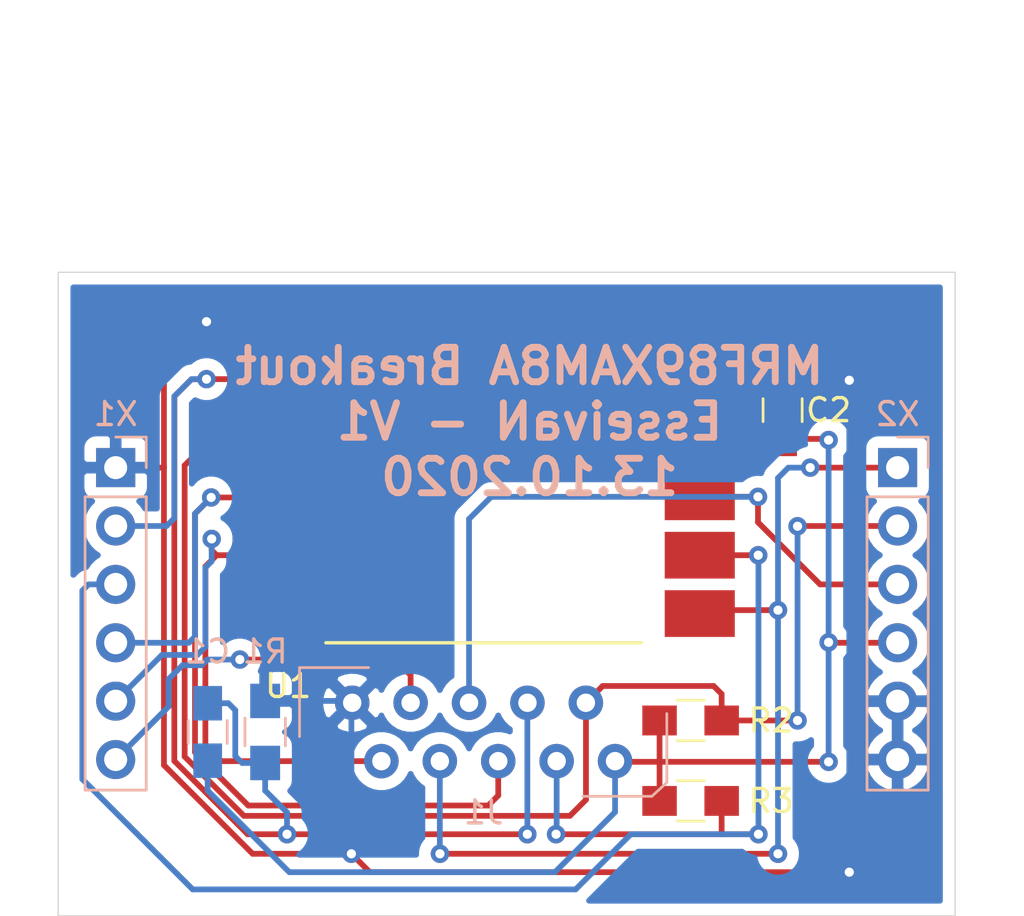
<source format=kicad_pcb>
(kicad_pcb (version 20171130) (host pcbnew "(5.1.6)-1")

  (general
    (thickness 1.6)
    (drawings 5)
    (tracks 187)
    (zones 0)
    (modules 9)
    (nets 11)
  )

  (page A4)
  (layers
    (0 F.Cu signal)
    (31 B.Cu signal)
    (32 B.Adhes user)
    (33 F.Adhes user)
    (34 B.Paste user)
    (35 F.Paste user)
    (36 B.SilkS user)
    (37 F.SilkS user)
    (38 B.Mask user)
    (39 F.Mask user)
    (40 Dwgs.User user)
    (41 Cmts.User user)
    (42 Eco1.User user)
    (43 Eco2.User user)
    (44 Edge.Cuts user)
    (45 Margin user)
    (46 B.CrtYd user)
    (47 F.CrtYd user)
    (48 B.Fab user)
    (49 F.Fab user)
  )

  (setup
    (last_trace_width 0.25)
    (trace_clearance 0.2)
    (zone_clearance 0.508)
    (zone_45_only no)
    (trace_min 0.2)
    (via_size 0.8)
    (via_drill 0.4)
    (via_min_size 0.4)
    (via_min_drill 0.3)
    (uvia_size 0.3)
    (uvia_drill 0.1)
    (uvias_allowed no)
    (uvia_min_size 0.2)
    (uvia_min_drill 0.1)
    (edge_width 0.05)
    (segment_width 0.2)
    (pcb_text_width 0.3)
    (pcb_text_size 1.5 1.5)
    (mod_edge_width 0.12)
    (mod_text_size 1 1)
    (mod_text_width 0.15)
    (pad_size 1.524 1.524)
    (pad_drill 0.762)
    (pad_to_mask_clearance 0.05)
    (aux_axis_origin 0 0)
    (grid_origin 100 100)
    (visible_elements 7FFFFFFF)
    (pcbplotparams
      (layerselection 0x010f0_ffffffff)
      (usegerberextensions false)
      (usegerberattributes true)
      (usegerberadvancedattributes true)
      (creategerberjobfile true)
      (excludeedgelayer true)
      (linewidth 0.100000)
      (plotframeref false)
      (viasonmask false)
      (mode 1)
      (useauxorigin false)
      (hpglpennumber 1)
      (hpglpenspeed 20)
      (hpglpendiameter 15.000000)
      (psnegative false)
      (psa4output false)
      (plotreference true)
      (plotvalue true)
      (plotinvisibletext false)
      (padsonsilk false)
      (subtractmaskfromsilk false)
      (outputformat 1)
      (mirror false)
      (drillshape 0)
      (scaleselection 1)
      (outputdirectory "Fabrication/Gerber/"))
  )

  (net 0 "")
  (net 1 /RESET)
  (net 2 VCC_3V3)
  (net 3 GND)
  (net 4 /~CSDAT)
  (net 5 /~CSCON)
  (net 6 /IRQ0)
  (net 7 /IRQ1)
  (net 8 /SCK)
  (net 9 /SDO)
  (net 10 /SDI)

  (net_class Default "This is the default net class."
    (clearance 0.2)
    (trace_width 0.25)
    (via_dia 0.8)
    (via_drill 0.4)
    (uvia_dia 0.3)
    (uvia_drill 0.1)
    (add_net /IRQ0)
    (add_net /IRQ1)
    (add_net /RESET)
    (add_net /SCK)
    (add_net /SDI)
    (add_net /SDO)
    (add_net /~CSCON)
    (add_net /~CSDAT)
    (add_net GND)
    (add_net VCC_3V3)
  )

  (module EsseivaN_Lib:MRF89XAM8A (layer F.Cu) (tedit 5F63A68F) (tstamp 5F620D0D)
    (at 100 92 270)
    (path /5F61D364)
    (attr smd)
    (fp_text reference U1 (at 9.5 8.5) (layer F.SilkS)
      (effects (font (size 1 1) (thickness 0.15)))
    )
    (fp_text value MRF89XAM8A (at 0 0 90) (layer F.Fab)
      (effects (font (size 1 1) (thickness 0.15)))
    )
    (fp_line (start -8.382 -8.89) (end -8.382 8.89) (layer F.Fab) (width 0.12))
    (fp_line (start -4.826 -1.27) (end -4.826 -1.524) (layer F.Fab) (width 0.12))
    (fp_line (start -4.826 3.81) (end -4.826 -1.27) (layer F.Fab) (width 0.12))
    (fp_line (start -8.382 3.81) (end -4.826 3.81) (layer F.Fab) (width 0.12))
    (fp_line (start -8.382 -1.524) (end -8.382 3.81) (layer F.Fab) (width 0.12))
    (fp_line (start -4.826 -1.524) (end -8.382 -1.524) (layer F.Fab) (width 0.12))
    (fp_line (start 7.62 -6.858) (end 7.62 6.858) (layer F.SilkS) (width 0.15))
    (fp_line (start -20.32 -8.89) (end -20.32 8.89) (layer F.CrtYd) (width 0.05))
    (fp_line (start 7.62 8.89) (end -20.32 8.89) (layer F.CrtYd) (width 0.05))
    (fp_line (start 7.62 -8.89) (end 7.62 8.89) (layer F.CrtYd) (width 0.05))
    (fp_line (start -20.32 -8.89) (end 7.62 -8.89) (layer F.CrtYd) (width 0.05))
    (pad 6 smd rect (at 6.35 9.398 270) (size 2.032 3.048) (layers F.Cu F.Paste F.Mask)
      (net 8 /SCK))
    (pad 7 smd rect (at 6.35 -9.398 270) (size 2.032 3.048) (layers F.Cu F.Paste F.Mask)
      (net 9 /SDO))
    (pad 5 smd rect (at 3.81 9.398 270) (size 2.032 3.048) (layers F.Cu F.Paste F.Mask)
      (net 10 /SDI))
    (pad 8 smd rect (at 3.81 -9.398 270) (size 2.032 3.048) (layers F.Cu F.Paste F.Mask)
      (net 5 /~CSCON))
    (pad 4 smd rect (at 1.27 9.398 270) (size 2.032 3.048) (layers F.Cu F.Paste F.Mask)
      (net 6 /IRQ0))
    (pad 9 smd rect (at 1.27 -9.398 270) (size 2.032 3.048) (layers F.Cu F.Paste F.Mask)
      (net 7 /IRQ1))
    (pad 3 smd rect (at -1.27 9.398 270) (size 2.032 3.048) (layers F.Cu F.Paste F.Mask)
      (net 4 /~CSDAT))
    (pad 10 smd rect (at -1.27 -9.398 270) (size 2.032 3.048) (layers F.Cu F.Paste F.Mask)
      (net 2 VCC_3V3))
    (pad 2 smd rect (at -3.81 9.398 270) (size 2.032 3.048) (layers F.Cu F.Paste F.Mask)
      (net 1 /RESET))
    (pad 11 smd rect (at -3.81 -9.398 270) (size 2.032 3.048) (layers F.Cu F.Paste F.Mask)
      (net 3 GND))
    (pad 1 smd rect (at -6.35 9.398 270) (size 2.032 3.048) (layers F.Cu F.Paste F.Mask)
      (net 3 GND))
    (pad 12 smd rect (at -6.35 -9.398 270) (size 2.032 3.048) (layers F.Cu F.Paste F.Mask)
      (net 3 GND))
    (model C:/Workspace/3D/Cad/ElectronicParts/MRF89XAM8A.stp
      (offset (xyz -6.05 0 0))
      (scale (xyz 1 1 1))
      (rotate (xyz -90 0 -90))
    )
  )

  (module EsseivaN_Lib:R_0805_HandSoldering (layer B.Cu) (tedit 5F526A20) (tstamp 5F620CD2)
    (at 90.5 103.5 90)
    (descr "Resistor SMD 0805, hand soldering")
    (tags "resistor 0805")
    (path /5F63A9FD)
    (attr smd)
    (fp_text reference R1 (at 3.5 0 180) (layer B.SilkS)
      (effects (font (size 1 1) (thickness 0.15)) (justify mirror))
    )
    (fp_text value 4k7 (at 0 -1.75 90) (layer B.Fab)
      (effects (font (size 1 1) (thickness 0.15)) (justify mirror))
    )
    (fp_line (start 2.35 -0.9) (end -2.35 -0.9) (layer B.CrtYd) (width 0.05))
    (fp_line (start 2.35 -0.9) (end 2.35 0.9) (layer B.CrtYd) (width 0.05))
    (fp_line (start -2.35 0.9) (end -2.35 -0.9) (layer B.CrtYd) (width 0.05))
    (fp_line (start -2.35 0.9) (end 2.35 0.9) (layer B.CrtYd) (width 0.05))
    (fp_line (start -0.6 0.88) (end 0.6 0.88) (layer B.SilkS) (width 0.12))
    (fp_line (start 0.6 -0.88) (end -0.6 -0.88) (layer B.SilkS) (width 0.12))
    (fp_line (start -1 0.62) (end 1 0.62) (layer B.Fab) (width 0.1))
    (fp_line (start 1 0.62) (end 1 -0.62) (layer B.Fab) (width 0.1))
    (fp_line (start 1 -0.62) (end -1 -0.62) (layer B.Fab) (width 0.1))
    (fp_line (start -1 -0.62) (end -1 0.62) (layer B.Fab) (width 0.1))
    (pad 2 smd rect (at 1.35 0 90) (size 1.5 1.3) (layers B.Cu B.Paste B.Mask)
      (net 3 GND))
    (pad 1 smd rect (at -1.35 0 90) (size 1.5 1.3) (layers B.Cu B.Paste B.Mask)
      (net 1 /RESET))
    (model ${KISYS3DMOD}/Resistor_SMD.3dshapes/R_0805_2012Metric.step
      (at (xyz 0 0 0))
      (scale (xyz 1 1 1))
      (rotate (xyz 0 0 0))
    )
  )

  (module EsseivaN_Lib:C_0805_HandSoldering (layer B.Cu) (tedit 5F526A01) (tstamp 5F620C96)
    (at 88 103.5 90)
    (descr "Capacitor SMD 0805, hand soldering")
    (tags "capacitor 0805")
    (path /5F639911)
    (attr smd)
    (fp_text reference C1 (at 3.5 0) (layer B.SilkS)
      (effects (font (size 1 1) (thickness 0.15)) (justify mirror))
    )
    (fp_text value 100nF (at 0 -1.75 270) (layer B.Fab)
      (effects (font (size 1 1) (thickness 0.15)) (justify mirror))
    )
    (fp_line (start -1 -0.62) (end -1 0.62) (layer B.Fab) (width 0.1))
    (fp_line (start 1 -0.62) (end -1 -0.62) (layer B.Fab) (width 0.1))
    (fp_line (start 1 0.62) (end 1 -0.62) (layer B.Fab) (width 0.1))
    (fp_line (start -1 0.62) (end 1 0.62) (layer B.Fab) (width 0.1))
    (fp_line (start 0.5 0.85) (end -0.5 0.85) (layer B.SilkS) (width 0.12))
    (fp_line (start -0.5 -0.85) (end 0.5 -0.85) (layer B.SilkS) (width 0.12))
    (fp_line (start -2.25 0.88) (end 2.25 0.88) (layer B.CrtYd) (width 0.05))
    (fp_line (start -2.25 0.88) (end -2.25 -0.87) (layer B.CrtYd) (width 0.05))
    (fp_line (start 2.25 -0.87) (end 2.25 0.88) (layer B.CrtYd) (width 0.05))
    (fp_line (start 2.25 -0.87) (end -2.25 -0.87) (layer B.CrtYd) (width 0.05))
    (fp_text user %R (at 0 1.75 270) (layer B.Fab)
      (effects (font (size 1 1) (thickness 0.15)) (justify mirror))
    )
    (pad 1 smd rect (at -1.25 0 90) (size 1.5 1.25) (layers B.Cu B.Paste B.Mask)
      (net 2 VCC_3V3))
    (pad 2 smd rect (at 1.25 0 90) (size 1.5 1.25) (layers B.Cu B.Paste B.Mask)
      (net 1 /RESET))
    (model ${KISYS3DMOD}/Capacitor_SMD.3dshapes/C_0805_2012Metric.step
      (at (xyz 0 0 0))
      (scale (xyz 1 1 1))
      (rotate (xyz 0 0 0))
    )
  )

  (module EsseivaN_Lib:C_0805_HandSoldering (layer F.Cu) (tedit 5F526A01) (tstamp 5F620CA7)
    (at 113 89.5 90)
    (descr "Capacitor SMD 0805, hand soldering")
    (tags "capacitor 0805")
    (path /5F64A09B)
    (attr smd)
    (fp_text reference C2 (at 0 2 180) (layer F.SilkS)
      (effects (font (size 1 1) (thickness 0.15)))
    )
    (fp_text value 4.7uF (at 0 1.75 90) (layer F.Fab)
      (effects (font (size 1 1) (thickness 0.15)))
    )
    (fp_line (start -1 0.62) (end -1 -0.62) (layer F.Fab) (width 0.1))
    (fp_line (start 1 0.62) (end -1 0.62) (layer F.Fab) (width 0.1))
    (fp_line (start 1 -0.62) (end 1 0.62) (layer F.Fab) (width 0.1))
    (fp_line (start -1 -0.62) (end 1 -0.62) (layer F.Fab) (width 0.1))
    (fp_line (start 0.5 -0.85) (end -0.5 -0.85) (layer F.SilkS) (width 0.12))
    (fp_line (start -0.5 0.85) (end 0.5 0.85) (layer F.SilkS) (width 0.12))
    (fp_line (start -2.25 -0.88) (end 2.25 -0.88) (layer F.CrtYd) (width 0.05))
    (fp_line (start -2.25 -0.88) (end -2.25 0.87) (layer F.CrtYd) (width 0.05))
    (fp_line (start 2.25 0.87) (end 2.25 -0.88) (layer F.CrtYd) (width 0.05))
    (fp_line (start 2.25 0.87) (end -2.25 0.87) (layer F.CrtYd) (width 0.05))
    (fp_text user %R (at 0 -1.75 90) (layer F.Fab)
      (effects (font (size 1 1) (thickness 0.15)))
    )
    (pad 1 smd rect (at -1.25 0 90) (size 1.5 1.25) (layers F.Cu F.Paste F.Mask)
      (net 2 VCC_3V3))
    (pad 2 smd rect (at 1.25 0 90) (size 1.5 1.25) (layers F.Cu F.Paste F.Mask)
      (net 3 GND))
    (model ${KISYS3DMOD}/Capacitor_SMD.3dshapes/C_0805_2012Metric.step
      (at (xyz 0 0 0))
      (scale (xyz 1 1 1))
      (rotate (xyz 0 0 0))
    )
  )

  (module EsseivaN_Lib:MicroMatch_10P_Male (layer B.Cu) (tedit 5F61F4FD) (tstamp 5F620CC2)
    (at 100 103.5 180)
    (path /5F63616A)
    (fp_text reference J1 (at 0 -3.5 180) (layer B.SilkS)
      (effects (font (size 1 1) (thickness 0.15)) (justify mirror))
    )
    (fp_text value Connector (at -5.715 3.53 180) (layer B.Fab)
      (effects (font (size 1 1) (thickness 0.15)) (justify mirror))
    )
    (fp_line (start -6.985 -2.54) (end -6.985 2.54) (layer B.Fab) (width 0.12))
    (fp_line (start -6.985 2.54) (end 6.985 2.54) (layer B.Fab) (width 0.12))
    (fp_line (start 6.985 2.54) (end 6.985 -2.54) (layer B.Fab) (width 0.12))
    (fp_line (start 6.985 -2.54) (end -6.985 -2.54) (layer B.Fab) (width 0.12))
    (fp_line (start -7.965 -2.2) (end -7.965 0.8) (layer B.SilkS) (width 0.12))
    (fp_line (start 5.005 2.8) (end 8.005 2.8) (layer B.SilkS) (width 0.12))
    (fp_line (start -7.315 -2.8) (end -4.315 -2.8) (layer B.SilkS) (width 0.12))
    (fp_line (start 8.005 -0.2) (end 8.005 2.8) (layer B.SilkS) (width 0.12))
    (fp_line (start -7.315 -2.8) (end -7.965 -2.2) (layer B.SilkS) (width 0.12))
    (fp_line (start -7.915 2.8) (end -7.915 -2.8) (layer B.CrtYd) (width 0.12))
    (fp_line (start -7.915 -2.8) (end 7.905 -2.8) (layer B.CrtYd) (width 0.12))
    (fp_line (start 7.905 -2.8) (end 7.905 2.8) (layer B.CrtYd) (width 0.12))
    (fp_line (start 7.905 2.8) (end -7.915 2.8) (layer B.CrtYd) (width 0.12))
    (pad 9 thru_hole circle (at 4.445 -1.27 90) (size 1.5 1.5) (drill 0.8) (layers *.Cu *.Mask)
      (net 10 /SDI))
    (pad 10 thru_hole circle (at 5.715 1.27 90) (size 1.5 1.5) (drill 0.8) (layers *.Cu *.Mask)
      (net 3 GND))
    (pad 7 thru_hole circle (at 1.905 -1.27 90) (size 1.5 1.5) (drill 0.8) (layers *.Cu *.Mask)
      (net 9 /SDO))
    (pad 8 thru_hole circle (at 3.175 1.27 90) (size 1.5 1.5) (drill 0.8) (layers *.Cu *.Mask)
      (net 8 /SCK))
    (pad 6 thru_hole circle (at 0.635 1.27 90) (size 1.5 1.5) (drill 0.8) (layers *.Cu *.Mask)
      (net 7 /IRQ1))
    (pad 5 thru_hole circle (at -0.635 -1.27 90) (size 1.5 1.5) (drill 0.8) (layers *.Cu *.Mask)
      (net 6 /IRQ0))
    (pad 4 thru_hole circle (at -1.905 1.27 90) (size 1.5 1.5) (drill 0.8) (layers *.Cu *.Mask)
      (net 1 /RESET))
    (pad 3 thru_hole circle (at -3.175 -1.27 90) (size 1.5 1.5) (drill 0.8) (layers *.Cu *.Mask)
      (net 5 /~CSCON))
    (pad 2 thru_hole circle (at -4.445 1.27 90) (size 1.5 1.5) (drill 0.8) (layers *.Cu *.Mask)
      (net 4 /~CSDAT))
    (pad 1 thru_hole circle (at -5.715 -1.27 90) (size 1.5 1.5) (drill 0.8) (layers *.Cu *.Mask)
      (net 2 VCC_3V3))
    (model C:/Workspace/3D/Cad/MicroMatch/c-1-215464-0-c-3d.stp
      (offset (xyz 0 0 3.6))
      (scale (xyz 1 1 1))
      (rotate (xyz 0 0 180))
    )
  )

  (module EsseivaN_Lib:R_0805_HandSoldering (layer F.Cu) (tedit 5F526A20) (tstamp 5F6217E6)
    (at 109 103)
    (descr "Resistor SMD 0805, hand soldering")
    (tags "resistor 0805")
    (path /5F63B998)
    (attr smd)
    (fp_text reference R2 (at 3.5 0 180) (layer F.SilkS)
      (effects (font (size 1 1) (thickness 0.15)))
    )
    (fp_text value 4k7 (at 0 1.75 180) (layer F.Fab)
      (effects (font (size 1 1) (thickness 0.15)))
    )
    (fp_line (start 2.35 0.9) (end -2.35 0.9) (layer F.CrtYd) (width 0.05))
    (fp_line (start 2.35 0.9) (end 2.35 -0.9) (layer F.CrtYd) (width 0.05))
    (fp_line (start -2.35 -0.9) (end -2.35 0.9) (layer F.CrtYd) (width 0.05))
    (fp_line (start -2.35 -0.9) (end 2.35 -0.9) (layer F.CrtYd) (width 0.05))
    (fp_line (start -0.6 -0.88) (end 0.6 -0.88) (layer F.SilkS) (width 0.12))
    (fp_line (start 0.6 0.88) (end -0.6 0.88) (layer F.SilkS) (width 0.12))
    (fp_line (start -1 -0.62) (end 1 -0.62) (layer F.Fab) (width 0.1))
    (fp_line (start 1 -0.62) (end 1 0.62) (layer F.Fab) (width 0.1))
    (fp_line (start 1 0.62) (end -1 0.62) (layer F.Fab) (width 0.1))
    (fp_line (start -1 0.62) (end -1 -0.62) (layer F.Fab) (width 0.1))
    (pad 2 smd rect (at 1.35 0) (size 1.5 1.3) (layers F.Cu F.Paste F.Mask)
      (net 4 /~CSDAT))
    (pad 1 smd rect (at -1.35 0) (size 1.5 1.3) (layers F.Cu F.Paste F.Mask)
      (net 2 VCC_3V3))
    (model ${KISYS3DMOD}/Resistor_SMD.3dshapes/R_0805_2012Metric.step
      (at (xyz 0 0 0))
      (scale (xyz 1 1 1))
      (rotate (xyz 0 0 0))
    )
  )

  (module EsseivaN_Lib:R_0805_HandSoldering (layer F.Cu) (tedit 5F526A20) (tstamp 5F620CF2)
    (at 109 106.5)
    (descr "Resistor SMD 0805, hand soldering")
    (tags "resistor 0805")
    (path /5F63C28F)
    (attr smd)
    (fp_text reference R3 (at 3.5 0 180) (layer F.SilkS)
      (effects (font (size 1 1) (thickness 0.15)))
    )
    (fp_text value 4k7 (at 0 1.75 180) (layer F.Fab)
      (effects (font (size 1 1) (thickness 0.15)))
    )
    (fp_line (start 2.35 0.9) (end -2.35 0.9) (layer F.CrtYd) (width 0.05))
    (fp_line (start 2.35 0.9) (end 2.35 -0.9) (layer F.CrtYd) (width 0.05))
    (fp_line (start -2.35 -0.9) (end -2.35 0.9) (layer F.CrtYd) (width 0.05))
    (fp_line (start -2.35 -0.9) (end 2.35 -0.9) (layer F.CrtYd) (width 0.05))
    (fp_line (start -0.6 -0.88) (end 0.6 -0.88) (layer F.SilkS) (width 0.12))
    (fp_line (start 0.6 0.88) (end -0.6 0.88) (layer F.SilkS) (width 0.12))
    (fp_line (start -1 -0.62) (end 1 -0.62) (layer F.Fab) (width 0.1))
    (fp_line (start 1 -0.62) (end 1 0.62) (layer F.Fab) (width 0.1))
    (fp_line (start 1 0.62) (end -1 0.62) (layer F.Fab) (width 0.1))
    (fp_line (start -1 0.62) (end -1 -0.62) (layer F.Fab) (width 0.1))
    (pad 2 smd rect (at 1.35 0) (size 1.5 1.3) (layers F.Cu F.Paste F.Mask)
      (net 5 /~CSCON))
    (pad 1 smd rect (at -1.35 0) (size 1.5 1.3) (layers F.Cu F.Paste F.Mask)
      (net 2 VCC_3V3))
    (model ${KISYS3DMOD}/Resistor_SMD.3dshapes/R_0805_2012Metric.step
      (at (xyz 0 0 0))
      (scale (xyz 1 1 1))
      (rotate (xyz 0 0 0))
    )
  )

  (module EsseivaN_Lib:Pin_Header_Straight_1x06_Pitch2.54mm (layer B.Cu) (tedit 5F63A614) (tstamp 5F6395A5)
    (at 84 92 180)
    (descr "Through hole straight pin header, 1x06, 2.54mm pitch, single row")
    (tags "Through hole pin header THT 1x06 2.54mm single row")
    (path /5F6397C4)
    (fp_text reference X1 (at 0 2.33) (layer B.SilkS)
      (effects (font (size 1 1) (thickness 0.15)) (justify mirror))
    )
    (fp_text value CONN_1_to_6 (at 0 -15.03) (layer B.Fab)
      (effects (font (size 1 1) (thickness 0.15)) (justify mirror))
    )
    (fp_line (start -0.635 1.27) (end 1.27 1.27) (layer B.Fab) (width 0.1))
    (fp_line (start 1.27 1.27) (end 1.27 -13.97) (layer B.Fab) (width 0.1))
    (fp_line (start 1.27 -13.97) (end -1.27 -13.97) (layer B.Fab) (width 0.1))
    (fp_line (start -1.27 -13.97) (end -1.27 0.635) (layer B.Fab) (width 0.1))
    (fp_line (start -1.27 0.635) (end -0.635 1.27) (layer B.Fab) (width 0.1))
    (fp_line (start -1.33 -14.03) (end 1.33 -14.03) (layer B.SilkS) (width 0.12))
    (fp_line (start -1.33 -1.27) (end -1.33 -14.03) (layer B.SilkS) (width 0.12))
    (fp_line (start 1.33 -1.27) (end 1.33 -14.03) (layer B.SilkS) (width 0.12))
    (fp_line (start -1.33 -1.27) (end 1.33 -1.27) (layer B.SilkS) (width 0.12))
    (fp_line (start -1.33 0) (end -1.33 1.33) (layer B.SilkS) (width 0.12))
    (fp_line (start -1.33 1.33) (end 0 1.33) (layer B.SilkS) (width 0.12))
    (fp_line (start -1.8 1.8) (end -1.8 -14.5) (layer B.CrtYd) (width 0.05))
    (fp_line (start -1.8 -14.5) (end 1.8 -14.5) (layer B.CrtYd) (width 0.05))
    (fp_line (start 1.8 -14.5) (end 1.8 1.8) (layer B.CrtYd) (width 0.05))
    (fp_line (start 1.8 1.8) (end -1.8 1.8) (layer B.CrtYd) (width 0.05))
    (fp_text user %R (at 0 -6.35 270) (layer B.Fab)
      (effects (font (size 1 1) (thickness 0.15)) (justify mirror))
    )
    (pad 1 thru_hole rect (at 0 0 180) (size 1.7 1.7) (drill 1) (layers *.Cu *.Mask)
      (net 3 GND))
    (pad 2 thru_hole oval (at 0 -2.54 180) (size 1.7 1.7) (drill 1) (layers *.Cu *.Mask)
      (net 1 /RESET))
    (pad 3 thru_hole oval (at 0 -5.08 180) (size 1.7 1.7) (drill 1) (layers *.Cu *.Mask)
      (net 5 /~CSCON))
    (pad 4 thru_hole oval (at 0 -7.62 180) (size 1.7 1.7) (drill 1) (layers *.Cu *.Mask)
      (net 6 /IRQ0))
    (pad 5 thru_hole oval (at 0 -10.16 180) (size 1.7 1.7) (drill 1) (layers *.Cu *.Mask)
      (net 10 /SDI))
    (pad 6 thru_hole oval (at 0 -12.7 180) (size 1.7 1.7) (drill 1) (layers *.Cu *.Mask)
      (net 8 /SCK))
    (model ${KISYS3DMOD}/Connector_PinHeader_2.54mm.3dshapes/PinHeader_1x06_P2.54mm_Vertical.step
      (at (xyz 0 0 0))
      (scale (xyz 1 1 1))
      (rotate (xyz 0 0 0))
    )
  )

  (module EsseivaN_Lib:Pin_Header_Straight_1x06_Pitch2.54mm (layer B.Cu) (tedit 5F63A614) (tstamp 5F6395BF)
    (at 118 92 180)
    (descr "Through hole straight pin header, 1x06, 2.54mm pitch, single row")
    (tags "Through hole pin header THT 1x06 2.54mm single row")
    (path /5F6714C1)
    (fp_text reference X2 (at 0 2.33) (layer B.SilkS)
      (effects (font (size 1 1) (thickness 0.15)) (justify mirror))
    )
    (fp_text value CONN_7_to_12 (at 0 -15.03) (layer B.Fab)
      (effects (font (size 1 1) (thickness 0.15)) (justify mirror))
    )
    (fp_line (start -0.635 1.27) (end 1.27 1.27) (layer B.Fab) (width 0.1))
    (fp_line (start 1.27 1.27) (end 1.27 -13.97) (layer B.Fab) (width 0.1))
    (fp_line (start 1.27 -13.97) (end -1.27 -13.97) (layer B.Fab) (width 0.1))
    (fp_line (start -1.27 -13.97) (end -1.27 0.635) (layer B.Fab) (width 0.1))
    (fp_line (start -1.27 0.635) (end -0.635 1.27) (layer B.Fab) (width 0.1))
    (fp_line (start -1.33 -14.03) (end 1.33 -14.03) (layer B.SilkS) (width 0.12))
    (fp_line (start -1.33 -1.27) (end -1.33 -14.03) (layer B.SilkS) (width 0.12))
    (fp_line (start 1.33 -1.27) (end 1.33 -14.03) (layer B.SilkS) (width 0.12))
    (fp_line (start -1.33 -1.27) (end 1.33 -1.27) (layer B.SilkS) (width 0.12))
    (fp_line (start -1.33 0) (end -1.33 1.33) (layer B.SilkS) (width 0.12))
    (fp_line (start -1.33 1.33) (end 0 1.33) (layer B.SilkS) (width 0.12))
    (fp_line (start -1.8 1.8) (end -1.8 -14.5) (layer B.CrtYd) (width 0.05))
    (fp_line (start -1.8 -14.5) (end 1.8 -14.5) (layer B.CrtYd) (width 0.05))
    (fp_line (start 1.8 -14.5) (end 1.8 1.8) (layer B.CrtYd) (width 0.05))
    (fp_line (start 1.8 1.8) (end -1.8 1.8) (layer B.CrtYd) (width 0.05))
    (fp_text user %R (at 0 -6.35 270) (layer B.Fab)
      (effects (font (size 1 1) (thickness 0.15)) (justify mirror))
    )
    (pad 1 thru_hole rect (at 0 0 180) (size 1.7 1.7) (drill 1) (layers *.Cu *.Mask)
      (net 9 /SDO))
    (pad 2 thru_hole oval (at 0 -2.54 180) (size 1.7 1.7) (drill 1) (layers *.Cu *.Mask)
      (net 4 /~CSDAT))
    (pad 3 thru_hole oval (at 0 -5.08 180) (size 1.7 1.7) (drill 1) (layers *.Cu *.Mask)
      (net 7 /IRQ1))
    (pad 4 thru_hole oval (at 0 -7.62 180) (size 1.7 1.7) (drill 1) (layers *.Cu *.Mask)
      (net 2 VCC_3V3))
    (pad 5 thru_hole oval (at 0 -10.16 180) (size 1.7 1.7) (drill 1) (layers *.Cu *.Mask)
      (net 3 GND))
    (pad 6 thru_hole oval (at 0 -12.7 180) (size 1.7 1.7) (drill 1) (layers *.Cu *.Mask)
      (net 3 GND))
    (model ${KISYS3DMOD}/Connector_PinHeader_2.54mm.3dshapes/PinHeader_1x06_P2.54mm_Vertical.step
      (at (xyz 0 0 0))
      (scale (xyz 1 1 1))
      (rotate (xyz 0 0 0))
    )
  )

  (gr_text "MRF89XAM8A Breakout\nEsseivaN - V1\n13.10.2020" (at 102 90) (layer B.SilkS)
    (effects (font (size 1.5 1.5) (thickness 0.3)) (justify mirror))
  )
  (gr_line (start 81.5 83.5) (end 81.5 111.5) (layer Edge.Cuts) (width 0.05) (tstamp 5F621A4D))
  (gr_line (start 120.5 83.5) (end 81.5 83.5) (layer Edge.Cuts) (width 0.05))
  (gr_line (start 120.5 111.5) (end 120.5 83.5) (layer Edge.Cuts) (width 0.05))
  (gr_line (start 81.5 111.5) (end 120.5 111.5) (layer Edge.Cuts) (width 0.05))

  (via (at 101.9 107.95) (size 0.8) (drill 0.4) (layers F.Cu B.Cu) (net 1))
  (segment (start 101.9 102.235) (end 101.905 102.23) (width 0.25) (layer B.Cu) (net 1) (status 30))
  (segment (start 101.9 107.95) (end 101.9 102.235) (width 0.25) (layer B.Cu) (net 1) (status 20))
  (segment (start 90.5 104.85) (end 90.5 106.05) (width 0.25) (layer B.Cu) (net 1) (status 10))
  (via (at 91.45 107.95) (size 0.8) (drill 0.4) (layers F.Cu B.Cu) (net 1))
  (segment (start 91.45 107) (end 91.45 107.95) (width 0.25) (layer B.Cu) (net 1))
  (segment (start 90.5 106.05) (end 91.45 107) (width 0.25) (layer B.Cu) (net 1))
  (segment (start 91.45 107.95) (end 101.9 107.95) (width 0.25) (layer F.Cu) (net 1))
  (segment (start 88 102.25) (end 88.9 102.25) (width 0.25) (layer B.Cu) (net 1) (status 10))
  (segment (start 88.9 102.25) (end 89.2 102.55) (width 0.25) (layer B.Cu) (net 1))
  (segment (start 89.2 102.55) (end 89.2 104.55) (width 0.25) (layer B.Cu) (net 1))
  (segment (start 89.5 104.85) (end 90.5 104.85) (width 0.25) (layer B.Cu) (net 1) (status 20))
  (segment (start 89.2 104.55) (end 89.5 104.85) (width 0.25) (layer B.Cu) (net 1))
  (segment (start 84 94.54) (end 86.21 94.54) (width 0.25) (layer B.Cu) (net 1))
  (segment (start 86.21 94.54) (end 86.55 94.2) (width 0.25) (layer B.Cu) (net 1))
  (segment (start 86.55 94.2) (end 86.55 88.9) (width 0.25) (layer B.Cu) (net 1))
  (segment (start 86.55 88.9) (end 87.3 88.15) (width 0.25) (layer B.Cu) (net 1))
  (via (at 87.95 88.15) (size 0.8) (drill 0.4) (layers F.Cu B.Cu) (net 1))
  (segment (start 87.3 88.15) (end 87.95 88.15) (width 0.25) (layer B.Cu) (net 1))
  (segment (start 90.562 88.15) (end 90.602 88.19) (width 0.25) (layer F.Cu) (net 1))
  (segment (start 87.95 88.15) (end 90.562 88.15) (width 0.25) (layer F.Cu) (net 1))
  (segment (start 86.549973 104.759203) (end 89.74077 107.95) (width 0.25) (layer F.Cu) (net 1))
  (segment (start 86.549972 88.900028) (end 86.549973 104.759203) (width 0.25) (layer F.Cu) (net 1))
  (segment (start 87.95 88.15) (end 87.3 88.15) (width 0.25) (layer F.Cu) (net 1))
  (segment (start 89.74077 107.95) (end 91.45 107.95) (width 0.25) (layer F.Cu) (net 1))
  (segment (start 87.3 88.15) (end 86.549972 88.900028) (width 0.25) (layer F.Cu) (net 1))
  (segment (start 109.418 90.75) (end 109.398 90.73) (width 0.25) (layer F.Cu) (net 2) (status 30))
  (segment (start 113 90.75) (end 109.418 90.75) (width 0.25) (layer F.Cu) (net 2) (status 30))
  (via (at 115 90.8) (size 0.8) (drill 0.4) (layers F.Cu B.Cu) (net 2))
  (segment (start 113 90.75) (end 114.95 90.75) (width 0.25) (layer F.Cu) (net 2) (status 10))
  (segment (start 114.95 90.75) (end 115 90.8) (width 0.25) (layer F.Cu) (net 2))
  (via (at 115 104.8) (size 0.8) (drill 0.4) (layers F.Cu B.Cu) (net 2))
  (segment (start 105.745 104.8) (end 105.715 104.77) (width 0.25) (layer F.Cu) (net 2) (status 30))
  (segment (start 107.65 104.75) (end 107.7 104.8) (width 0.25) (layer F.Cu) (net 2))
  (segment (start 115 104.8) (end 107.7 104.8) (width 0.25) (layer F.Cu) (net 2))
  (segment (start 107.65 103) (end 107.65 104.75) (width 0.25) (layer F.Cu) (net 2) (status 10))
  (segment (start 107.7 104.8) (end 105.745 104.8) (width 0.25) (layer F.Cu) (net 2) (status 20))
  (segment (start 107.65 104.85) (end 107.7 104.8) (width 0.25) (layer F.Cu) (net 2))
  (segment (start 107.65 106.5) (end 107.65 104.85) (width 0.25) (layer F.Cu) (net 2) (status 10))
  (segment (start 105.715 106.985) (end 105.715 104.77) (width 0.25) (layer B.Cu) (net 2) (status 20))
  (segment (start 103.1 109.6) (end 105.715 106.985) (width 0.25) (layer B.Cu) (net 2))
  (segment (start 88 106.05) (end 91.55 109.6) (width 0.25) (layer B.Cu) (net 2))
  (segment (start 91.55 109.6) (end 103.1 109.6) (width 0.25) (layer B.Cu) (net 2))
  (segment (start 88 104.75) (end 88 106.05) (width 0.25) (layer B.Cu) (net 2) (status 10))
  (segment (start 115.02 99.62) (end 115 99.6) (width 0.25) (layer F.Cu) (net 2))
  (segment (start 118 99.62) (end 115.02 99.62) (width 0.25) (layer F.Cu) (net 2))
  (via (at 115 99.6) (size 0.8) (drill 0.4) (layers F.Cu B.Cu) (net 2))
  (segment (start 115 90.8) (end 115 99.6) (width 0.25) (layer B.Cu) (net 2))
  (segment (start 115 99.6) (end 115 104.8) (width 0.25) (layer B.Cu) (net 2))
  (segment (start 109.458 88.25) (end 109.398 88.19) (width 0.25) (layer F.Cu) (net 3) (status 30))
  (segment (start 113 88.25) (end 109.458 88.25) (width 0.25) (layer F.Cu) (net 3) (status 30))
  (segment (start 113 88.25) (end 113 86.5) (width 0.25) (layer F.Cu) (net 3) (status 10))
  (segment (start 112.15 85.65) (end 109.398 85.65) (width 0.25) (layer F.Cu) (net 3) (status 20))
  (segment (start 113 86.5) (end 112.15 85.65) (width 0.25) (layer F.Cu) (net 3))
  (via (at 115.9 88.2) (size 0.8) (drill 0.4) (layers F.Cu B.Cu) (net 3))
  (segment (start 113 88.25) (end 115.85 88.25) (width 0.25) (layer F.Cu) (net 3) (status 10))
  (segment (start 115.85 88.25) (end 115.9 88.2) (width 0.25) (layer F.Cu) (net 3))
  (via (at 94.25 108.8) (size 0.8) (drill 0.4) (layers F.Cu B.Cu) (net 3))
  (segment (start 86.099964 104.945604) (end 89.95436 108.8) (width 0.25) (layer F.Cu) (net 3))
  (segment (start 89.95436 108.8) (end 94.25 108.8) (width 0.25) (layer F.Cu) (net 3))
  (segment (start 94.25 102.265) (end 94.285 102.23) (width 0.25) (layer B.Cu) (net 3) (status 30))
  (segment (start 94.25 108.8) (end 94.25 102.265) (width 0.25) (layer B.Cu) (net 3) (status 20))
  (segment (start 94.205 102.15) (end 94.285 102.23) (width 0.25) (layer B.Cu) (net 3) (status 30))
  (segment (start 90.5 102.15) (end 94.205 102.15) (width 0.25) (layer B.Cu) (net 3) (status 30))
  (segment (start 95.05 109.6) (end 94.25 108.8) (width 0.25) (layer F.Cu) (net 3))
  (segment (start 114.85 109.6) (end 95.05 109.6) (width 0.25) (layer F.Cu) (net 3))
  (via (at 87.95 85.65) (size 0.8) (drill 0.4) (layers F.Cu B.Cu) (net 3))
  (segment (start 90.602 85.65) (end 87.95 85.65) (width 0.25) (layer F.Cu) (net 3) (status 10))
  (segment (start 86.099964 87.500036) (end 86.099964 88.100038) (width 0.25) (layer F.Cu) (net 3))
  (segment (start 87.95 85.65) (end 86.099964 87.500036) (width 0.25) (layer F.Cu) (net 3))
  (via (at 115.9 109.6) (size 0.8) (drill 0.4) (layers F.Cu B.Cu) (net 3))
  (segment (start 115.9 109.6) (end 114.85 109.6) (width 0.25) (layer F.Cu) (net 3))
  (segment (start 118 104.7) (end 115.9 104.7) (width 0.25) (layer B.Cu) (net 3))
  (segment (start 115.9 104.7) (end 115.9 109.6) (width 0.25) (layer B.Cu) (net 3))
  (segment (start 115.96 102.16) (end 115.9 102.1) (width 0.25) (layer B.Cu) (net 3))
  (segment (start 115.9 88.2) (end 115.9 102.1) (width 0.25) (layer B.Cu) (net 3))
  (segment (start 118 102.16) (end 115.96 102.16) (width 0.25) (layer B.Cu) (net 3))
  (segment (start 115.9 102.1) (end 115.9 104.7) (width 0.25) (layer B.Cu) (net 3))
  (segment (start 86.099928 92) (end 86.099964 92.000036) (width 0.25) (layer F.Cu) (net 3))
  (segment (start 86.099964 104.945604) (end 86.099964 92.000036) (width 0.25) (layer F.Cu) (net 3))
  (segment (start 84 92) (end 86.099928 92) (width 0.25) (layer F.Cu) (net 3))
  (segment (start 86.099964 92.000036) (end 86.099964 88.100038) (width 0.25) (layer F.Cu) (net 3))
  (segment (start 104.45 102.235) (end 104.445 102.23) (width 0.25) (layer F.Cu) (net 4) (status 30))
  (segment (start 104.45 106.45) (end 104.45 102.235) (width 0.25) (layer F.Cu) (net 4) (status 20))
  (segment (start 103.74999 107.15001) (end 104.45 106.45) (width 0.25) (layer F.Cu) (net 4))
  (segment (start 89.57719 107.15001) (end 103.74999 107.15001) (width 0.25) (layer F.Cu) (net 4))
  (segment (start 88.17 90.73) (end 86.999982 91.90002) (width 0.25) (layer F.Cu) (net 4))
  (segment (start 90.602 90.73) (end 88.17 90.73) (width 0.25) (layer F.Cu) (net 4) (status 10))
  (segment (start 86.999982 91.90002) (end 86.999982 104.572802) (width 0.25) (layer F.Cu) (net 4))
  (segment (start 86.999982 104.572802) (end 89.57719 107.15001) (width 0.25) (layer F.Cu) (net 4))
  (segment (start 110.35 103) (end 110.35 101.85) (width 0.25) (layer F.Cu) (net 4) (status 10))
  (segment (start 110.35 101.85) (end 110 101.5) (width 0.25) (layer F.Cu) (net 4))
  (segment (start 105.175 101.5) (end 104.445 102.23) (width 0.25) (layer F.Cu) (net 4) (status 20))
  (segment (start 110 101.5) (end 105.175 101.5) (width 0.25) (layer F.Cu) (net 4))
  (via (at 113.65 94.55) (size 0.8) (drill 0.4) (layers F.Cu B.Cu) (net 4))
  (segment (start 118 94.54) (end 113.66 94.54) (width 0.25) (layer F.Cu) (net 4))
  (segment (start 113.66 94.54) (end 113.65 94.55) (width 0.25) (layer F.Cu) (net 4))
  (via (at 113.65 103) (size 0.8) (drill 0.4) (layers F.Cu B.Cu) (net 4))
  (segment (start 113.65 94.55) (end 113.65 103) (width 0.25) (layer B.Cu) (net 4))
  (segment (start 113.65 103) (end 110.35 103) (width 0.25) (layer F.Cu) (net 4))
  (via (at 103.15 107.95) (size 0.8) (drill 0.4) (layers F.Cu B.Cu) (net 5))
  (segment (start 103.175 104.77) (end 103.175 107.925) (width 0.25) (layer B.Cu) (net 5) (status 10))
  (segment (start 103.175 107.925) (end 103.15 107.95) (width 0.25) (layer B.Cu) (net 5))
  (via (at 111.95 107.95) (size 0.8) (drill 0.4) (layers F.Cu B.Cu) (net 5))
  (via (at 111.94 95.81) (size 0.8) (drill 0.4) (layers F.Cu B.Cu) (net 5))
  (segment (start 111.95 107.95) (end 111.95 95.82) (width 0.25) (layer B.Cu) (net 5))
  (segment (start 109.398 95.81) (end 111.94 95.81) (width 0.25) (layer F.Cu) (net 5) (status 10))
  (segment (start 111.95 95.82) (end 111.94 95.81) (width 0.25) (layer B.Cu) (net 5))
  (segment (start 110.35 107.9) (end 110.3 107.95) (width 0.25) (layer F.Cu) (net 5))
  (segment (start 110.35 106.5) (end 110.35 107.9) (width 0.25) (layer F.Cu) (net 5) (status 10))
  (segment (start 103.15 107.95) (end 110.3 107.95) (width 0.25) (layer F.Cu) (net 5))
  (segment (start 110.3 107.95) (end 111.95 107.95) (width 0.25) (layer F.Cu) (net 5))
  (segment (start 84 97.08) (end 82.82 97.08) (width 0.25) (layer B.Cu) (net 5))
  (segment (start 106.4 107.95) (end 111.95 107.95) (width 0.25) (layer B.Cu) (net 5))
  (segment (start 82.82 97.08) (end 82.55 97.35) (width 0.25) (layer B.Cu) (net 5))
  (segment (start 82.55 105.55) (end 87.35 110.35) (width 0.25) (layer B.Cu) (net 5))
  (segment (start 82.55 97.35) (end 82.55 105.55) (width 0.25) (layer B.Cu) (net 5))
  (segment (start 104 110.35) (end 106.4 107.95) (width 0.25) (layer B.Cu) (net 5))
  (segment (start 87.35 110.35) (end 104 110.35) (width 0.25) (layer B.Cu) (net 5))
  (segment (start 100.635 106.265) (end 100.635 104.77) (width 0.25) (layer F.Cu) (net 6) (status 20))
  (segment (start 100.2 106.7) (end 100.635 106.265) (width 0.25) (layer F.Cu) (net 6))
  (segment (start 90.602 93.27) (end 90.602 93.298) (width 0.25) (layer F.Cu) (net 6) (status 30))
  (segment (start 90.602 93.298) (end 88.152 93.298) (width 0.25) (layer F.Cu) (net 6) (status 10))
  (segment (start 88.152 93.298) (end 87.44999 94.00001) (width 0.25) (layer F.Cu) (net 6))
  (segment (start 87.449991 104.386401) (end 89.76359 106.7) (width 0.25) (layer F.Cu) (net 6))
  (segment (start 89.76359 106.7) (end 89.8 106.7) (width 0.25) (layer F.Cu) (net 6))
  (segment (start 87.44999 94.00001) (end 87.449991 104.386401) (width 0.25) (layer F.Cu) (net 6))
  (segment (start 89.8 106.7) (end 100.2 106.7) (width 0.25) (layer F.Cu) (net 6))
  (segment (start 84 99.62) (end 87.18 99.62) (width 0.25) (layer B.Cu) (net 6))
  (segment (start 87.18 99.62) (end 87.45 99.35) (width 0.25) (layer B.Cu) (net 6))
  (via (at 88.152 93.298) (size 0.8) (drill 0.4) (layers F.Cu B.Cu) (net 6))
  (segment (start 87.45 99.35) (end 87.45 94) (width 0.25) (layer B.Cu) (net 6))
  (segment (start 87.45 94) (end 88.152 93.298) (width 0.25) (layer B.Cu) (net 6))
  (segment (start 99.365 94.235) (end 99.365 102.23) (width 0.25) (layer B.Cu) (net 7) (status 20))
  (segment (start 100.3 93.3) (end 99.365 94.235) (width 0.25) (layer B.Cu) (net 7))
  (segment (start 109.398 93.27) (end 111.93 93.27) (width 0.25) (layer F.Cu) (net 7))
  (via (at 111.93 93.27) (size 0.8) (drill 0.4) (layers F.Cu B.Cu) (net 7))
  (segment (start 100.33 93.27) (end 100.3 93.3) (width 0.25) (layer B.Cu) (net 7))
  (segment (start 111.93 93.27) (end 100.33 93.27) (width 0.25) (layer B.Cu) (net 7))
  (segment (start 111.93 93.27) (end 111.93 94.38) (width 0.25) (layer F.Cu) (net 7))
  (segment (start 114.63 97.08) (end 118 97.08) (width 0.25) (layer F.Cu) (net 7))
  (segment (start 111.93 94.38) (end 114.63 97.08) (width 0.25) (layer F.Cu) (net 7))
  (segment (start 96.15 100.35) (end 96.825 101.025) (width 0.25) (layer F.Cu) (net 8))
  (segment (start 90.95 100.35) (end 96.15 100.35) (width 0.25) (layer F.Cu) (net 8))
  (segment (start 96.825 101.025) (end 96.825 102.23) (width 0.25) (layer F.Cu) (net 8) (status 20))
  (segment (start 84 104.7) (end 86.3 102.4) (width 0.25) (layer B.Cu) (net 8))
  (segment (start 86.3 101.2) (end 86.89999 100.60001) (width 0.25) (layer B.Cu) (net 8))
  (segment (start 86.3 102.4) (end 86.3 101.2) (width 0.25) (layer B.Cu) (net 8))
  (segment (start 86.89999 100.60001) (end 87.736401 100.600009) (width 0.25) (layer B.Cu) (net 8))
  (segment (start 87.736401 100.600009) (end 87.98641 100.35) (width 0.25) (layer B.Cu) (net 8))
  (via (at 89.4 100.35) (size 0.8) (drill 0.4) (layers F.Cu B.Cu) (net 8))
  (segment (start 87.98641 100.35) (end 89.4 100.35) (width 0.25) (layer B.Cu) (net 8))
  (segment (start 90.602 98.35) (end 90.602 100.348) (width 0.25) (layer F.Cu) (net 8))
  (segment (start 89.4 100.35) (end 90.6 100.35) (width 0.25) (layer F.Cu) (net 8))
  (segment (start 90.602 100.348) (end 90.6 100.35) (width 0.25) (layer F.Cu) (net 8))
  (segment (start 90.6 100.35) (end 90.95 100.35) (width 0.25) (layer F.Cu) (net 8))
  (segment (start 109.398 98.35) (end 109.398 98.202) (width 0.25) (layer F.Cu) (net 9) (status 30))
  (segment (start 109.398 98.202) (end 109.4 98.2) (width 0.25) (layer F.Cu) (net 9) (status 30))
  (via (at 112.8 98.2) (size 0.8) (drill 0.4) (layers F.Cu B.Cu) (net 9))
  (segment (start 109.4 98.2) (end 112.8 98.2) (width 0.25) (layer F.Cu) (net 9) (status 10))
  (segment (start 98.1 104.775) (end 98.095 104.77) (width 0.25) (layer B.Cu) (net 9) (status 30))
  (via (at 98.1 108.8) (size 0.8) (drill 0.4) (layers F.Cu B.Cu) (net 9))
  (segment (start 98.095 104.77) (end 98.095 108.795) (width 0.25) (layer B.Cu) (net 9) (status 10))
  (segment (start 98.095 108.795) (end 98.1 108.8) (width 0.25) (layer B.Cu) (net 9))
  (via (at 112.8 108.8) (size 0.8) (drill 0.4) (layers F.Cu B.Cu) (net 9))
  (segment (start 98.1 108.8) (end 112.8 108.8) (width 0.25) (layer F.Cu) (net 9))
  (segment (start 112.8 108.8) (end 112.8 98.2) (width 0.25) (layer B.Cu) (net 9))
  (via (at 114.2 92) (size 0.8) (drill 0.4) (layers F.Cu B.Cu) (net 9))
  (segment (start 118 92) (end 114.2 92) (width 0.25) (layer F.Cu) (net 9))
  (segment (start 112.8 98.2) (end 112.8 92.45) (width 0.25) (layer B.Cu) (net 9))
  (segment (start 113.25 92) (end 114.2 92) (width 0.25) (layer B.Cu) (net 9))
  (segment (start 112.8 92.45) (end 113.25 92) (width 0.25) (layer B.Cu) (net 9))
  (segment (start 90.602 95.81) (end 88.39 95.81) (width 0.25) (layer F.Cu) (net 10) (status 10))
  (segment (start 88.39 95.81) (end 87.9 96.3) (width 0.25) (layer F.Cu) (net 10))
  (segment (start 87.9 96.3) (end 87.9 104.2) (width 0.25) (layer F.Cu) (net 10))
  (segment (start 88.47 104.77) (end 95.555 104.77) (width 0.25) (layer F.Cu) (net 10) (status 20))
  (segment (start 87.9 104.2) (end 88.47 104.77) (width 0.25) (layer F.Cu) (net 10))
  (segment (start 84 102.16) (end 86.01 100.15) (width 0.25) (layer B.Cu) (net 10))
  (segment (start 86.01 100.15) (end 87.55 100.15) (width 0.25) (layer B.Cu) (net 10))
  (segment (start 87.55 100.15) (end 87.9 99.8) (width 0.25) (layer B.Cu) (net 10))
  (segment (start 87.9 99.8) (end 87.9 99.53641) (width 0.25) (layer B.Cu) (net 10))
  (segment (start 87.9 99.53641) (end 87.9 96.35) (width 0.25) (layer B.Cu) (net 10))
  (via (at 88.175 95.1) (size 0.8) (drill 0.4) (layers F.Cu B.Cu) (net 10))
  (segment (start 87.9 96.35) (end 88.175 96.075) (width 0.25) (layer B.Cu) (net 10))
  (segment (start 88.175 96.075) (end 88.175 95.1) (width 0.25) (layer B.Cu) (net 10))
  (segment (start 88.175 95.595) (end 88.39 95.81) (width 0.25) (layer F.Cu) (net 10))
  (segment (start 88.175 95.1) (end 88.175 95.595) (width 0.25) (layer F.Cu) (net 10))

  (zone (net 3) (net_name GND) (layer B.Cu) (tstamp 5F85CB5F) (hatch edge 0.508)
    (connect_pads (clearance 0.508))
    (min_thickness 0.254)
    (fill yes (arc_segments 32) (thermal_gap 0.508) (thermal_bridge_width 0.508))
    (polygon
      (pts
        (xy 120.5 111.5) (xy 81.5 111.5) (xy 81.5 83.5) (xy 120.5 83.5)
      )
    )
    (filled_polygon
      (pts
        (xy 119.84 110.84) (xy 104.584801 110.84) (xy 106.714802 108.71) (xy 111.246289 108.71) (xy 111.290226 108.753937)
        (xy 111.459744 108.867205) (xy 111.648102 108.945226) (xy 111.778781 108.971219) (xy 111.804774 109.101898) (xy 111.882795 109.290256)
        (xy 111.996063 109.459774) (xy 112.140226 109.603937) (xy 112.309744 109.717205) (xy 112.498102 109.795226) (xy 112.698061 109.835)
        (xy 112.901939 109.835) (xy 113.101898 109.795226) (xy 113.290256 109.717205) (xy 113.459774 109.603937) (xy 113.603937 109.459774)
        (xy 113.717205 109.290256) (xy 113.795226 109.101898) (xy 113.835 108.901939) (xy 113.835 108.698061) (xy 113.795226 108.498102)
        (xy 113.717205 108.309744) (xy 113.603937 108.140226) (xy 113.56 108.096289) (xy 113.56 104.035) (xy 113.751939 104.035)
        (xy 113.951898 103.995226) (xy 114.140256 103.917205) (xy 114.240001 103.850558) (xy 114.240001 104.096288) (xy 114.196063 104.140226)
        (xy 114.082795 104.309744) (xy 114.004774 104.498102) (xy 113.965 104.698061) (xy 113.965 104.901939) (xy 114.004774 105.101898)
        (xy 114.082795 105.290256) (xy 114.196063 105.459774) (xy 114.340226 105.603937) (xy 114.509744 105.717205) (xy 114.698102 105.795226)
        (xy 114.898061 105.835) (xy 115.101939 105.835) (xy 115.301898 105.795226) (xy 115.490256 105.717205) (xy 115.659774 105.603937)
        (xy 115.803937 105.459774) (xy 115.917205 105.290256) (xy 115.995226 105.101898) (xy 116.004178 105.05689) (xy 116.558524 105.05689)
        (xy 116.603175 105.204099) (xy 116.728359 105.46692) (xy 116.902412 105.700269) (xy 117.118645 105.895178) (xy 117.368748 106.044157)
        (xy 117.643109 106.141481) (xy 117.873 106.020814) (xy 117.873 104.827) (xy 118.127 104.827) (xy 118.127 106.020814)
        (xy 118.356891 106.141481) (xy 118.631252 106.044157) (xy 118.881355 105.895178) (xy 119.097588 105.700269) (xy 119.271641 105.46692)
        (xy 119.396825 105.204099) (xy 119.441476 105.05689) (xy 119.320155 104.827) (xy 118.127 104.827) (xy 117.873 104.827)
        (xy 116.679845 104.827) (xy 116.558524 105.05689) (xy 116.004178 105.05689) (xy 116.035 104.901939) (xy 116.035 104.698061)
        (xy 115.995226 104.498102) (xy 115.917205 104.309744) (xy 115.803937 104.140226) (xy 115.76 104.096289) (xy 115.76 102.51689)
        (xy 116.558524 102.51689) (xy 116.603175 102.664099) (xy 116.728359 102.92692) (xy 116.902412 103.160269) (xy 117.118645 103.355178)
        (xy 117.244255 103.43) (xy 117.118645 103.504822) (xy 116.902412 103.699731) (xy 116.728359 103.93308) (xy 116.603175 104.195901)
        (xy 116.558524 104.34311) (xy 116.679845 104.573) (xy 117.873 104.573) (xy 117.873 102.287) (xy 118.127 102.287)
        (xy 118.127 104.573) (xy 119.320155 104.573) (xy 119.441476 104.34311) (xy 119.396825 104.195901) (xy 119.271641 103.93308)
        (xy 119.097588 103.699731) (xy 118.881355 103.504822) (xy 118.755745 103.43) (xy 118.881355 103.355178) (xy 119.097588 103.160269)
        (xy 119.271641 102.92692) (xy 119.396825 102.664099) (xy 119.441476 102.51689) (xy 119.320155 102.287) (xy 118.127 102.287)
        (xy 117.873 102.287) (xy 116.679845 102.287) (xy 116.558524 102.51689) (xy 115.76 102.51689) (xy 115.76 100.303711)
        (xy 115.803937 100.259774) (xy 115.917205 100.090256) (xy 115.995226 99.901898) (xy 116.035 99.701939) (xy 116.035 99.498061)
        (xy 115.995226 99.298102) (xy 115.917205 99.109744) (xy 115.803937 98.940226) (xy 115.76 98.896289) (xy 115.76 91.503711)
        (xy 115.803937 91.459774) (xy 115.917205 91.290256) (xy 115.975301 91.15) (xy 116.511928 91.15) (xy 116.511928 92.85)
        (xy 116.524188 92.974482) (xy 116.560498 93.09418) (xy 116.619463 93.204494) (xy 116.698815 93.301185) (xy 116.795506 93.380537)
        (xy 116.90582 93.439502) (xy 116.97838 93.461513) (xy 116.846525 93.593368) (xy 116.68401 93.836589) (xy 116.572068 94.106842)
        (xy 116.515 94.39374) (xy 116.515 94.68626) (xy 116.572068 94.973158) (xy 116.68401 95.243411) (xy 116.846525 95.486632)
        (xy 117.053368 95.693475) (xy 117.22776 95.81) (xy 117.053368 95.926525) (xy 116.846525 96.133368) (xy 116.68401 96.376589)
        (xy 116.572068 96.646842) (xy 116.515 96.93374) (xy 116.515 97.22626) (xy 116.572068 97.513158) (xy 116.68401 97.783411)
        (xy 116.846525 98.026632) (xy 117.053368 98.233475) (xy 117.22776 98.35) (xy 117.053368 98.466525) (xy 116.846525 98.673368)
        (xy 116.68401 98.916589) (xy 116.572068 99.186842) (xy 116.515 99.47374) (xy 116.515 99.76626) (xy 116.572068 100.053158)
        (xy 116.68401 100.323411) (xy 116.846525 100.566632) (xy 117.053368 100.773475) (xy 117.235534 100.895195) (xy 117.118645 100.964822)
        (xy 116.902412 101.159731) (xy 116.728359 101.39308) (xy 116.603175 101.655901) (xy 116.558524 101.80311) (xy 116.679845 102.033)
        (xy 117.873 102.033) (xy 117.873 102.013) (xy 118.127 102.013) (xy 118.127 102.033) (xy 119.320155 102.033)
        (xy 119.441476 101.80311) (xy 119.396825 101.655901) (xy 119.271641 101.39308) (xy 119.097588 101.159731) (xy 118.881355 100.964822)
        (xy 118.764466 100.895195) (xy 118.946632 100.773475) (xy 119.153475 100.566632) (xy 119.31599 100.323411) (xy 119.427932 100.053158)
        (xy 119.485 99.76626) (xy 119.485 99.47374) (xy 119.427932 99.186842) (xy 119.31599 98.916589) (xy 119.153475 98.673368)
        (xy 118.946632 98.466525) (xy 118.77224 98.35) (xy 118.946632 98.233475) (xy 119.153475 98.026632) (xy 119.31599 97.783411)
        (xy 119.427932 97.513158) (xy 119.485 97.22626) (xy 119.485 96.93374) (xy 119.427932 96.646842) (xy 119.31599 96.376589)
        (xy 119.153475 96.133368) (xy 118.946632 95.926525) (xy 118.77224 95.81) (xy 118.946632 95.693475) (xy 119.153475 95.486632)
        (xy 119.31599 95.243411) (xy 119.427932 94.973158) (xy 119.485 94.68626) (xy 119.485 94.39374) (xy 119.427932 94.106842)
        (xy 119.31599 93.836589) (xy 119.153475 93.593368) (xy 119.02162 93.461513) (xy 119.09418 93.439502) (xy 119.204494 93.380537)
        (xy 119.301185 93.301185) (xy 119.380537 93.204494) (xy 119.439502 93.09418) (xy 119.475812 92.974482) (xy 119.488072 92.85)
        (xy 119.488072 91.15) (xy 119.475812 91.025518) (xy 119.439502 90.90582) (xy 119.380537 90.795506) (xy 119.301185 90.698815)
        (xy 119.204494 90.619463) (xy 119.09418 90.560498) (xy 118.974482 90.524188) (xy 118.85 90.511928) (xy 117.15 90.511928)
        (xy 117.025518 90.524188) (xy 116.90582 90.560498) (xy 116.795506 90.619463) (xy 116.698815 90.698815) (xy 116.619463 90.795506)
        (xy 116.560498 90.90582) (xy 116.524188 91.025518) (xy 116.511928 91.15) (xy 115.975301 91.15) (xy 115.995226 91.101898)
        (xy 116.035 90.901939) (xy 116.035 90.698061) (xy 115.995226 90.498102) (xy 115.917205 90.309744) (xy 115.803937 90.140226)
        (xy 115.659774 89.996063) (xy 115.490256 89.882795) (xy 115.301898 89.804774) (xy 115.101939 89.765) (xy 114.898061 89.765)
        (xy 114.698102 89.804774) (xy 114.509744 89.882795) (xy 114.340226 89.996063) (xy 114.196063 90.140226) (xy 114.082795 90.309744)
        (xy 114.004774 90.498102) (xy 113.965 90.698061) (xy 113.965 90.901939) (xy 113.98213 90.98806) (xy 113.898102 91.004774)
        (xy 113.709744 91.082795) (xy 113.540226 91.196063) (xy 113.496289 91.24) (xy 113.287322 91.24) (xy 113.249999 91.236324)
        (xy 113.212676 91.24) (xy 113.212667 91.24) (xy 113.101014 91.250997) (xy 112.971592 91.290256) (xy 112.957753 91.294454)
        (xy 112.825723 91.365026) (xy 112.783146 91.399969) (xy 112.709999 91.459999) (xy 112.686196 91.489003) (xy 112.288998 91.886201)
        (xy 112.26 91.909999) (xy 112.236202 91.938997) (xy 112.236201 91.938998) (xy 112.165026 92.025724) (xy 112.094454 92.157754)
        (xy 112.071023 92.235) (xy 112.068799 92.242332) (xy 112.031939 92.235) (xy 111.828061 92.235) (xy 111.628102 92.274774)
        (xy 111.439744 92.352795) (xy 111.270226 92.466063) (xy 111.226289 92.51) (xy 100.367322 92.51) (xy 100.329999 92.506324)
        (xy 100.292677 92.51) (xy 100.292667 92.51) (xy 100.181014 92.520997) (xy 100.037753 92.564454) (xy 99.905724 92.635026)
        (xy 99.789999 92.729999) (xy 99.766201 92.758997) (xy 98.854002 93.671196) (xy 98.824999 93.694999) (xy 98.771444 93.760256)
        (xy 98.730026 93.810724) (xy 98.70849 93.851015) (xy 98.659454 93.942754) (xy 98.615997 94.086015) (xy 98.605 94.197668)
        (xy 98.605 94.197678) (xy 98.601324 94.235) (xy 98.605 94.272322) (xy 98.605001 101.07209) (xy 98.482114 101.154201)
        (xy 98.289201 101.347114) (xy 98.137629 101.573957) (xy 98.095 101.676873) (xy 98.052371 101.573957) (xy 97.900799 101.347114)
        (xy 97.707886 101.154201) (xy 97.481043 101.002629) (xy 97.228989 100.898225) (xy 96.961411 100.845) (xy 96.688589 100.845)
        (xy 96.421011 100.898225) (xy 96.168957 101.002629) (xy 95.942114 101.154201) (xy 95.749201 101.347114) (xy 95.597629 101.573957)
        (xy 95.556489 101.673279) (xy 95.541277 101.631168) (xy 95.48086 101.518137) (xy 95.241993 101.452612) (xy 94.464605 102.23)
        (xy 95.241993 103.007388) (xy 95.48086 102.941863) (xy 95.555164 102.783523) (xy 95.597629 102.886043) (xy 95.749201 103.112886)
        (xy 95.942114 103.305799) (xy 96.168957 103.457371) (xy 96.421011 103.561775) (xy 96.688589 103.615) (xy 96.961411 103.615)
        (xy 97.228989 103.561775) (xy 97.481043 103.457371) (xy 97.707886 103.305799) (xy 97.900799 103.112886) (xy 98.052371 102.886043)
        (xy 98.095 102.783127) (xy 98.137629 102.886043) (xy 98.289201 103.112886) (xy 98.482114 103.305799) (xy 98.708957 103.457371)
        (xy 98.961011 103.561775) (xy 99.228589 103.615) (xy 99.501411 103.615) (xy 99.768989 103.561775) (xy 100.021043 103.457371)
        (xy 100.247886 103.305799) (xy 100.440799 103.112886) (xy 100.592371 102.886043) (xy 100.635 102.783127) (xy 100.677629 102.886043)
        (xy 100.829201 103.112886) (xy 101.022114 103.305799) (xy 101.140001 103.384569) (xy 101.140001 103.480065) (xy 101.038989 103.438225)
        (xy 100.771411 103.385) (xy 100.498589 103.385) (xy 100.231011 103.438225) (xy 99.978957 103.542629) (xy 99.752114 103.694201)
        (xy 99.559201 103.887114) (xy 99.407629 104.113957) (xy 99.365 104.216873) (xy 99.322371 104.113957) (xy 99.170799 103.887114)
        (xy 98.977886 103.694201) (xy 98.751043 103.542629) (xy 98.498989 103.438225) (xy 98.231411 103.385) (xy 97.958589 103.385)
        (xy 97.691011 103.438225) (xy 97.438957 103.542629) (xy 97.212114 103.694201) (xy 97.019201 103.887114) (xy 96.867629 104.113957)
        (xy 96.825 104.216873) (xy 96.782371 104.113957) (xy 96.630799 103.887114) (xy 96.437886 103.694201) (xy 96.211043 103.542629)
        (xy 95.958989 103.438225) (xy 95.691411 103.385) (xy 95.418589 103.385) (xy 95.151011 103.438225) (xy 94.898957 103.542629)
        (xy 94.672114 103.694201) (xy 94.479201 103.887114) (xy 94.327629 104.113957) (xy 94.223225 104.366011) (xy 94.17 104.633589)
        (xy 94.17 104.906411) (xy 94.223225 105.173989) (xy 94.327629 105.426043) (xy 94.479201 105.652886) (xy 94.672114 105.845799)
        (xy 94.898957 105.997371) (xy 95.151011 106.101775) (xy 95.418589 106.155) (xy 95.691411 106.155) (xy 95.958989 106.101775)
        (xy 96.211043 105.997371) (xy 96.437886 105.845799) (xy 96.630799 105.652886) (xy 96.782371 105.426043) (xy 96.825 105.323127)
        (xy 96.867629 105.426043) (xy 97.019201 105.652886) (xy 97.212114 105.845799) (xy 97.335 105.927909) (xy 97.335001 108.101288)
        (xy 97.296063 108.140226) (xy 97.182795 108.309744) (xy 97.104774 108.498102) (xy 97.065 108.698061) (xy 97.065 108.84)
        (xy 91.980971 108.84) (xy 92.109774 108.753937) (xy 92.253937 108.609774) (xy 92.367205 108.440256) (xy 92.445226 108.251898)
        (xy 92.485 108.051939) (xy 92.485 107.848061) (xy 92.445226 107.648102) (xy 92.367205 107.459744) (xy 92.253937 107.290226)
        (xy 92.21 107.246289) (xy 92.21 107.037323) (xy 92.213676 107) (xy 92.21 106.962677) (xy 92.21 106.962667)
        (xy 92.199003 106.851014) (xy 92.155546 106.707753) (xy 92.14337 106.684974) (xy 92.084974 106.575723) (xy 92.013799 106.488997)
        (xy 91.990001 106.459999) (xy 91.961004 106.436202) (xy 91.587345 106.062543) (xy 91.601185 106.051185) (xy 91.680537 105.954494)
        (xy 91.739502 105.84418) (xy 91.775812 105.724482) (xy 91.788072 105.6) (xy 91.788072 104.1) (xy 91.775812 103.975518)
        (xy 91.739502 103.85582) (xy 91.680537 103.745506) (xy 91.601185 103.648815) (xy 91.504494 103.569463) (xy 91.39418 103.510498)
        (xy 91.359573 103.5) (xy 91.39418 103.489502) (xy 91.504494 103.430537) (xy 91.601185 103.351185) (xy 91.680537 103.254494)
        (xy 91.716617 103.186993) (xy 93.507612 103.186993) (xy 93.573137 103.42586) (xy 93.820116 103.54176) (xy 94.08496 103.60725)
        (xy 94.357492 103.619812) (xy 94.627238 103.578965) (xy 94.883832 103.486277) (xy 94.996863 103.42586) (xy 95.062388 103.186993)
        (xy 94.285 102.409605) (xy 93.507612 103.186993) (xy 91.716617 103.186993) (xy 91.739502 103.14418) (xy 91.775812 103.024482)
        (xy 91.788072 102.9) (xy 91.785 102.43575) (xy 91.651742 102.302492) (xy 92.895188 102.302492) (xy 92.936035 102.572238)
        (xy 93.028723 102.828832) (xy 93.08914 102.941863) (xy 93.328007 103.007388) (xy 94.105395 102.23) (xy 93.328007 101.452612)
        (xy 93.08914 101.518137) (xy 92.97324 101.765116) (xy 92.90775 102.02996) (xy 92.895188 102.302492) (xy 91.651742 102.302492)
        (xy 91.62625 102.277) (xy 90.627 102.277) (xy 90.627 102.297) (xy 90.373 102.297) (xy 90.373 102.277)
        (xy 90.353 102.277) (xy 90.353 102.023) (xy 90.373 102.023) (xy 90.373 100.92375) (xy 90.627 100.92375)
        (xy 90.627 102.023) (xy 91.62625 102.023) (xy 91.785 101.86425) (xy 91.788072 101.4) (xy 91.775812 101.275518)
        (xy 91.775051 101.273007) (xy 93.507612 101.273007) (xy 94.285 102.050395) (xy 95.062388 101.273007) (xy 94.996863 101.03414)
        (xy 94.749884 100.91824) (xy 94.48504 100.85275) (xy 94.212508 100.840188) (xy 93.942762 100.881035) (xy 93.686168 100.973723)
        (xy 93.573137 101.03414) (xy 93.507612 101.273007) (xy 91.775051 101.273007) (xy 91.739502 101.15582) (xy 91.680537 101.045506)
        (xy 91.601185 100.948815) (xy 91.504494 100.869463) (xy 91.39418 100.810498) (xy 91.274482 100.774188) (xy 91.15 100.761928)
        (xy 90.78575 100.765) (xy 90.627 100.92375) (xy 90.373 100.92375) (xy 90.30611 100.85686) (xy 90.317205 100.840256)
        (xy 90.395226 100.651898) (xy 90.435 100.451939) (xy 90.435 100.248061) (xy 90.395226 100.048102) (xy 90.317205 99.859744)
        (xy 90.203937 99.690226) (xy 90.059774 99.546063) (xy 89.890256 99.432795) (xy 89.701898 99.354774) (xy 89.501939 99.315)
        (xy 89.298061 99.315) (xy 89.098102 99.354774) (xy 88.909744 99.432795) (xy 88.740226 99.546063) (xy 88.696289 99.59)
        (xy 88.66 99.59) (xy 88.66 96.664801) (xy 88.685998 96.638803) (xy 88.715001 96.615001) (xy 88.809974 96.499276)
        (xy 88.880546 96.367247) (xy 88.924003 96.223986) (xy 88.935 96.112333) (xy 88.935 96.112325) (xy 88.938676 96.075)
        (xy 88.935 96.037675) (xy 88.935 95.803711) (xy 88.978937 95.759774) (xy 89.092205 95.590256) (xy 89.170226 95.401898)
        (xy 89.21 95.201939) (xy 89.21 94.998061) (xy 89.170226 94.798102) (xy 89.092205 94.609744) (xy 88.978937 94.440226)
        (xy 88.834774 94.296063) (xy 88.678009 94.191316) (xy 88.811774 94.101937) (xy 88.955937 93.957774) (xy 89.069205 93.788256)
        (xy 89.147226 93.599898) (xy 89.187 93.399939) (xy 89.187 93.196061) (xy 89.147226 92.996102) (xy 89.069205 92.807744)
        (xy 88.955937 92.638226) (xy 88.811774 92.494063) (xy 88.642256 92.380795) (xy 88.453898 92.302774) (xy 88.253939 92.263)
        (xy 88.050061 92.263) (xy 87.850102 92.302774) (xy 87.661744 92.380795) (xy 87.492226 92.494063) (xy 87.348063 92.638226)
        (xy 87.31 92.695191) (xy 87.31 89.214801) (xy 87.458457 89.066345) (xy 87.459744 89.067205) (xy 87.648102 89.145226)
        (xy 87.848061 89.185) (xy 88.051939 89.185) (xy 88.251898 89.145226) (xy 88.440256 89.067205) (xy 88.609774 88.953937)
        (xy 88.753937 88.809774) (xy 88.867205 88.640256) (xy 88.945226 88.451898) (xy 88.985 88.251939) (xy 88.985 88.048061)
        (xy 88.945226 87.848102) (xy 88.867205 87.659744) (xy 88.753937 87.490226) (xy 88.609774 87.346063) (xy 88.440256 87.232795)
        (xy 88.251898 87.154774) (xy 88.051939 87.115) (xy 87.848061 87.115) (xy 87.648102 87.154774) (xy 87.459744 87.232795)
        (xy 87.290226 87.346063) (xy 87.2445 87.391789) (xy 87.151014 87.400997) (xy 87.007753 87.444454) (xy 86.875724 87.515026)
        (xy 86.759999 87.609999) (xy 86.736201 87.638998) (xy 86.038998 88.336201) (xy 86.01 88.359999) (xy 85.986202 88.388997)
        (xy 85.986201 88.388998) (xy 85.915026 88.475724) (xy 85.844454 88.607754) (xy 85.800998 88.751015) (xy 85.786324 88.9)
        (xy 85.790001 88.937332) (xy 85.79 93.78) (xy 85.278178 93.78) (xy 85.153475 93.593368) (xy 85.02162 93.461513)
        (xy 85.09418 93.439502) (xy 85.204494 93.380537) (xy 85.301185 93.301185) (xy 85.380537 93.204494) (xy 85.439502 93.09418)
        (xy 85.475812 92.974482) (xy 85.488072 92.85) (xy 85.485 92.28575) (xy 85.32625 92.127) (xy 84.127 92.127)
        (xy 84.127 92.147) (xy 83.873 92.147) (xy 83.873 92.127) (xy 82.67375 92.127) (xy 82.515 92.28575)
        (xy 82.511928 92.85) (xy 82.524188 92.974482) (xy 82.560498 93.09418) (xy 82.619463 93.204494) (xy 82.698815 93.301185)
        (xy 82.795506 93.380537) (xy 82.90582 93.439502) (xy 82.97838 93.461513) (xy 82.846525 93.593368) (xy 82.68401 93.836589)
        (xy 82.572068 94.106842) (xy 82.515 94.39374) (xy 82.515 94.68626) (xy 82.572068 94.973158) (xy 82.68401 95.243411)
        (xy 82.846525 95.486632) (xy 83.053368 95.693475) (xy 83.22776 95.81) (xy 83.053368 95.926525) (xy 82.846525 96.133368)
        (xy 82.717535 96.326415) (xy 82.671014 96.330997) (xy 82.527753 96.374454) (xy 82.395724 96.445026) (xy 82.279999 96.539999)
        (xy 82.256197 96.569002) (xy 82.16 96.665199) (xy 82.16 91.15) (xy 82.511928 91.15) (xy 82.515 91.71425)
        (xy 82.67375 91.873) (xy 83.873 91.873) (xy 83.873 90.67375) (xy 84.127 90.67375) (xy 84.127 91.873)
        (xy 85.32625 91.873) (xy 85.485 91.71425) (xy 85.488072 91.15) (xy 85.475812 91.025518) (xy 85.439502 90.90582)
        (xy 85.380537 90.795506) (xy 85.301185 90.698815) (xy 85.204494 90.619463) (xy 85.09418 90.560498) (xy 84.974482 90.524188)
        (xy 84.85 90.511928) (xy 84.28575 90.515) (xy 84.127 90.67375) (xy 83.873 90.67375) (xy 83.71425 90.515)
        (xy 83.15 90.511928) (xy 83.025518 90.524188) (xy 82.90582 90.560498) (xy 82.795506 90.619463) (xy 82.698815 90.698815)
        (xy 82.619463 90.795506) (xy 82.560498 90.90582) (xy 82.524188 91.025518) (xy 82.511928 91.15) (xy 82.16 91.15)
        (xy 82.16 84.16) (xy 119.840001 84.16)
      )
    )
  )
)

</source>
